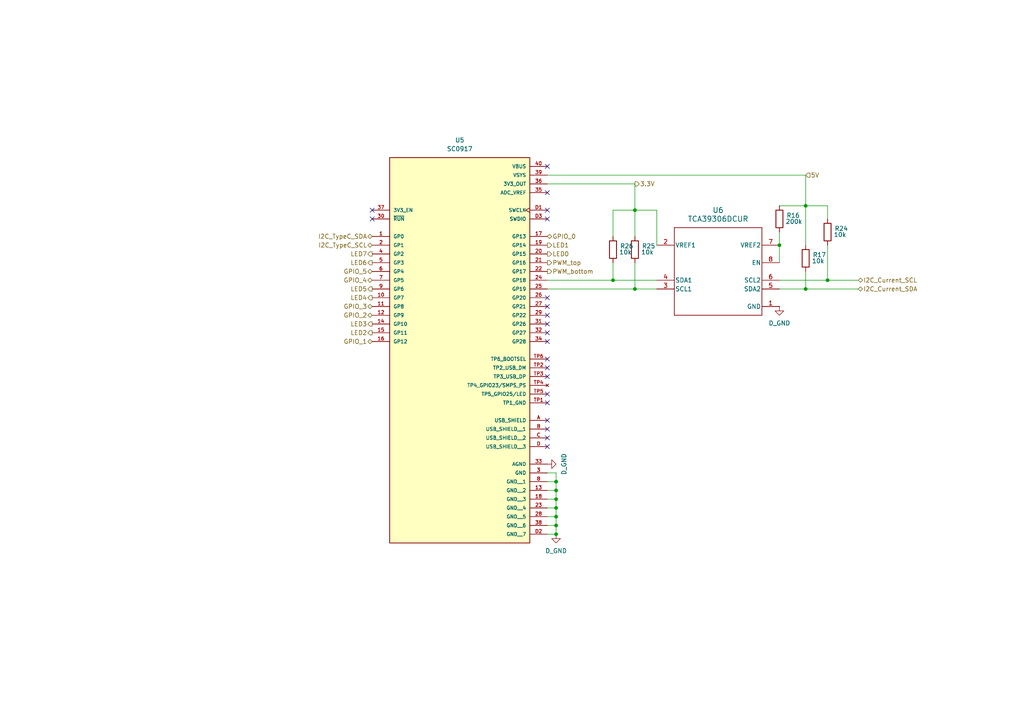
<source format=kicad_sch>
(kicad_sch (version 20231120) (generator "eeschema") (generator_version "8.0")
  (paper "A4")
  (lib_symbols
    (symbol "Blaaaaaaaaaaaaaaaaaa:TCA39306DCUR" (pin_names (offset 0.254))
      (property "Reference" "U6" (at 17.78 10.16 0))
      (property "Value" "TCA39306DCUR" (at 17.78 7.62 0))
      (symbol "TCA39306DCUR_0_1"
        (polyline (pts (xy 5.08 -20.32) (xy 30.48 -20.32)) (stroke (width 0.2032)))
        (polyline (pts (xy 5.08 5.08) (xy 5.08 -20.32)) (stroke (width 0.2032)))
        (polyline (pts (xy 30.48 -20.32) (xy 30.48 5.08)) (stroke (width 0.2032)))
        (polyline (pts (xy 30.48 5.08) (xy 5.08 5.08)) (stroke (width 0.2032)))
        (pin power_in line (at 35.56 -17.78 180) (length 5.08) (name "GND") (number "1"))
        (pin power_in line (at 0 0 0) (length 5.08) (name "VREF1") (number "2"))
        (pin bidirectional line (at 0 -12.7 0) (length 5.08) (name "SCL1") (number "3"))
        (pin bidirectional line (at 0 -10.16 0) (length 5.08) (name "SDA1") (number "4"))
        (pin bidirectional line (at 35.56 -12.7 180) (length 5.08) (name "SDA2") (number "5"))
        (pin bidirectional line (at 35.56 -10.16 180) (length 5.08) (name "SCL2") (number "6"))
        (pin power_in line (at 35.56 0 180) (length 5.08) (name "VREF2") (number "7"))
        (pin input line (at 35.56 -5.08 180) (length 5.08) (name "EN") (number "8"))
      )
    )
    (symbol "Device:R" (pin_numbers hide) (pin_names (offset 0))
      (property "Reference" "R" (at 2.032 0 90))
      (property "Value" "R" (at 0 0 90))
      (symbol "R_0_1"
        (rectangle (start -1.016 -2.54) (end 1.016 2.54) (stroke (width 0.254)))
      )
      (symbol "R_1_1"
        (pin passive line (at 0 3.81 270) (length 1.27) (name "~") (number "1"))
        (pin passive line (at 0 -3.81 90) (length 1.27) (name "~") (number "2"))
      )
    )
    (symbol "PassiveBankV1:SC0917" (pin_names (offset 1.016))
      (property "Reference" "U" (at -20.32 44.069 0))
      (property "Value" "SC0917" (at -20.32 -71.12 0))
      (symbol "SC0917_0_0"
        (rectangle (start -20.32 43.18) (end 20.32 -68.58) (stroke (width 0.254)) (fill (type background)))
        (pin bidirectional line (at -25.4 20.32 0) (length 5.08) (name "GP0") (number "1"))
        (pin bidirectional line (at -25.4 2.54 0) (length 5.08) (name "GP7") (number "10"))
        (pin bidirectional line (at -25.4 0 0) (length 5.08) (name "GP8") (number "11"))
        (pin bidirectional line (at -25.4 -2.54 0) (length 5.08) (name "GP9") (number "12"))
        (pin power_in line (at 25.4 -53.34 180) (length 5.08) (name "GND__2") (number "13"))
        (pin bidirectional line (at -25.4 -5.08 0) (length 5.08) (name "GP10") (number "14"))
        (pin bidirectional line (at -25.4 -7.62 0) (length 5.08) (name "GP11") (number "15"))
        (pin bidirectional line (at -25.4 -10.16 0) (length 5.08) (name "GP12") (number "16"))
        (pin bidirectional line (at 25.4 20.32 180) (length 5.08) (name "GP13") (number "17"))
        (pin power_in line (at 25.4 -55.88 180) (length 5.08) (name "GND__3") (number "18"))
        (pin bidirectional line (at 25.4 17.78 180) (length 5.08) (name "GP14") (number "19"))
        (pin bidirectional line (at -25.4 17.78 0) (length 5.08) (name "GP1") (number "2"))
        (pin bidirectional line (at 25.4 15.24 180) (length 5.08) (name "GP15") (number "20"))
        (pin bidirectional line (at 25.4 12.7 180) (length 5.08) (name "GP16") (number "21"))
        (pin bidirectional line (at 25.4 10.16 180) (length 5.08) (name "GP17") (number "22"))
        (pin power_in line (at 25.4 -58.42 180) (length 5.08) (name "GND__4") (number "23"))
        (pin bidirectional line (at 25.4 7.62 180) (length 5.08) (name "GP18") (number "24"))
        (pin bidirectional line (at 25.4 5.08 180) (length 5.08) (name "GP19") (number "25"))
        (pin bidirectional line (at 25.4 2.54 180) (length 5.08) (name "GP20") (number "26"))
        (pin bidirectional line (at 25.4 0 180) (length 5.08) (name "GP21") (number "27"))
        (pin power_in line (at 25.4 -60.96 180) (length 5.08) (name "GND__5") (number "28"))
        (pin bidirectional line (at 25.4 -2.54 180) (length 5.08) (name "GP22") (number "29"))
        (pin power_in line (at 25.4 -48.26 180) (length 5.08) (name "GND") (number "3"))
        (pin input line (at -25.4 25.4 0) (length 5.08) (name "~{RUN}") (number "30"))
        (pin bidirectional line (at 25.4 -5.08 180) (length 5.08) (name "GP26") (number "31"))
        (pin bidirectional line (at 25.4 -7.62 180) (length 5.08) (name "GP27") (number "32"))
        (pin power_in line (at 25.4 -45.72 180) (length 5.08) (name "AGND") (number "33"))
        (pin bidirectional line (at 25.4 -10.16 180) (length 5.08) (name "GP28") (number "34"))
        (pin power_in line (at 25.4 33.02 180) (length 5.08) (name "ADC_VREF") (number "35"))
        (pin power_in line (at 25.4 35.56 180) (length 5.08) (name "3V3_OUT") (number "36"))
        (pin input line (at -25.4 27.94 0) (length 5.08) (name "3V3_EN") (number "37"))
        (pin power_in line (at 25.4 -63.5 180) (length 5.08) (name "GND__6") (number "38"))
        (pin power_in line (at 25.4 38.1 180) (length 5.08) (name "VSYS") (number "39"))
        (pin bidirectional line (at -25.4 15.24 0) (length 5.08) (name "GP2") (number "4"))
        (pin power_in line (at 25.4 40.64 180) (length 5.08) (name "VBUS") (number "40"))
        (pin bidirectional line (at -25.4 12.7 0) (length 5.08) (name "GP3") (number "5"))
        (pin bidirectional line (at -25.4 10.16 0) (length 5.08) (name "GP4") (number "6"))
        (pin bidirectional line (at -25.4 7.62 0) (length 5.08) (name "GP5") (number "7"))
        (pin power_in line (at 25.4 -50.8 180) (length 5.08) (name "GND__1") (number "8"))
        (pin bidirectional line (at -25.4 5.08 0) (length 5.08) (name "GP6") (number "9"))
        (pin power_in line (at 25.4 -33.02 180) (length 5.08) (name "USB_SHIELD") (number "A"))
        (pin power_in line (at 25.4 -35.56 180) (length 5.08) (name "USB_SHIELD__1") (number "B"))
        (pin power_in line (at 25.4 -38.1 180) (length 5.08) (name "USB_SHIELD__2") (number "C"))
        (pin power_in line (at 25.4 -40.64 180) (length 5.08) (name "USB_SHIELD__3") (number "D"))
        (pin input clock (at 25.4 27.94 180) (length 5.08) (name "SWCLK") (number "D1"))
        (pin power_in line (at 25.4 -66.04 180) (length 5.08) (name "GND__7") (number "D2"))
        (pin bidirectional line (at 25.4 25.4 180) (length 5.08) (name "SWDIO") (number "D3"))
        (pin power_in line (at 25.4 -27.94 180) (length 5.08) (name "TP1_GND") (number "TP1"))
        (pin bidirectional line (at 25.4 -17.78 180) (length 5.08) (name "TP2_USB_DM") (number "TP2"))
        (pin bidirectional line (at 25.4 -20.32 180) (length 5.08) (name "TP3_USB_DP") (number "TP3"))
        (pin no_connect line (at 25.4 -22.86 180) (length 5.08) (name "TP4_GPIO23/SMPS_PS") (number "TP4"))
        (pin output line (at 25.4 -25.4 180) (length 5.08) (name "TP5_GPIO25/LED") (number "TP5"))
        (pin input line (at 25.4 -15.24 180) (length 5.08) (name "TP6_BOOTSEL") (number "TP6"))
      )
    )
    (symbol "power:GND" (power) (pin_numbers hide) (pin_names (offset 0) hide)
      (property "Value" "GND" (at 0 -3.81 0))
      (symbol "GND_0_1"
        (polyline (pts (xy 0 0) (xy 0 -1.27) (xy 1.27 -1.27) (xy 0 -2.54) (xy -1.27 -1.27) (xy 0 -1.27)))
      )
      (symbol "GND_1_1"
        (pin power_in line (at 0 0 270) (length 0) (name "~") (number "1"))
      )
    )
  )
  (junction (at 161.29 142.24))
  (junction (at 184.15 60.96))
  (junction (at 161.29 144.78))
  (junction (at 184.15 83.82))
  (junction (at 233.68 83.82))
  (junction (at 177.8 81.28))
  (junction (at 233.68 59.69))
  (junction (at 161.29 152.4))
  (junction (at 161.29 154.94))
  (junction (at 226.06 71.12))
  (junction (at 161.29 139.7))
  (junction (at 240.03 81.28))
  (junction (at 161.29 147.32))
  (junction (at 161.29 149.86))
  (no_connect (at 158.75 124.46))
  (no_connect (at 158.75 60.96))
  (no_connect (at 158.75 48.26))
  (no_connect (at 158.75 86.36))
  (no_connect (at 158.75 96.52))
  (no_connect (at 158.75 55.88))
  (no_connect (at 158.75 114.3))
  (no_connect (at 158.75 109.22))
  (no_connect (at 158.75 106.68))
  (no_connect (at 158.75 121.92))
  (no_connect (at 158.75 104.14))
  (no_connect (at 158.75 63.5))
  (no_connect (at 158.75 99.06))
  (no_connect (at 158.75 91.44))
  (no_connect (at 107.95 60.96))
  (no_connect (at 107.95 63.5))
  (no_connect (at 158.75 127))
  (no_connect (at 158.75 129.54))
  (no_connect (at 158.75 93.98))
  (no_connect (at 158.75 116.84))
  (no_connect (at 158.75 88.9))
  (wire (pts (xy 158.75 152.4) (xy 161.29 152.4)))
  (wire (pts (xy 233.68 83.82) (xy 226.06 83.82)))
  (wire (pts (xy 184.15 76.2) (xy 184.15 83.82)))
  (wire (pts (xy 158.75 50.8) (xy 233.68 50.8)))
  (wire (pts (xy 158.75 137.16) (xy 161.29 137.16)))
  (wire (pts (xy 158.75 53.34) (xy 184.15 53.34)))
  (wire (pts (xy 233.68 59.69) (xy 226.06 59.69)))
  (wire (pts (xy 184.15 60.96) (xy 184.15 68.58)))
  (wire (pts (xy 158.75 139.7) (xy 161.29 139.7)))
  (wire (pts (xy 177.8 81.28) (xy 190.5 81.28)))
  (wire (pts (xy 226.06 71.12) (xy 226.06 76.2)))
  (wire (pts (xy 184.15 60.96) (xy 177.8 60.96)))
  (wire (pts (xy 177.8 60.96) (xy 177.8 68.58)))
  (wire (pts (xy 184.15 60.96) (xy 184.15 53.34)))
  (wire (pts (xy 233.68 50.8) (xy 233.68 59.69)))
  (wire (pts (xy 248.92 81.28) (xy 240.03 81.28)))
  (wire (pts (xy 226.06 67.31) (xy 226.06 71.12)))
  (wire (pts (xy 158.75 144.78) (xy 161.29 144.78)))
  (wire (pts (xy 240.03 59.69) (xy 233.68 59.69)))
  (wire (pts (xy 240.03 63.5) (xy 240.03 59.69)))
  (wire (pts (xy 161.29 144.78) (xy 161.29 147.32)))
  (wire (pts (xy 233.68 78.74) (xy 233.68 83.82)))
  (wire (pts (xy 161.29 142.24) (xy 161.29 144.78)))
  (wire (pts (xy 158.75 81.28) (xy 177.8 81.28)))
  (wire (pts (xy 184.15 83.82) (xy 190.5 83.82)))
  (wire (pts (xy 158.75 142.24) (xy 161.29 142.24)))
  (wire (pts (xy 190.5 60.96) (xy 184.15 60.96)))
  (wire (pts (xy 240.03 81.28) (xy 226.06 81.28)))
  (wire (pts (xy 177.8 76.2) (xy 177.8 81.28)))
  (wire (pts (xy 161.29 147.32) (xy 161.29 149.86)))
  (wire (pts (xy 161.29 139.7) (xy 161.29 142.24)))
  (wire (pts (xy 161.29 149.86) (xy 161.29 152.4)))
  (wire (pts (xy 161.29 137.16) (xy 161.29 139.7)))
  (wire (pts (xy 161.29 152.4) (xy 161.29 154.94)))
  (wire (pts (xy 158.75 147.32) (xy 161.29 147.32)))
  (wire (pts (xy 233.68 71.12) (xy 233.68 59.69)))
  (wire (pts (xy 158.75 83.82) (xy 184.15 83.82)))
  (wire (pts (xy 161.29 154.94) (xy 158.75 154.94)))
  (wire (pts (xy 190.5 71.12) (xy 190.5 60.96)))
  (wire (pts (xy 248.92 83.82) (xy 233.68 83.82)))
  (wire (pts (xy 240.03 71.12) (xy 240.03 81.28)))
  (wire (pts (xy 158.75 149.86) (xy 161.29 149.86)))
  (hierarchical_label "GPIO_4" (shape bidirectional) (at 107.95 81.28 180))
  (hierarchical_label "GPIO_2" (shape bidirectional) (at 107.95 91.44 180))
  (hierarchical_label "GPIO_5" (shape bidirectional) (at 107.95 78.74 180))
  (hierarchical_label "PWM_top" (shape output) (at 158.75 76.2 0))
  (hierarchical_label "LED5" (shape output) (at 107.95 83.82 180))
  (hierarchical_label "LED7" (shape output) (at 107.95 73.66 180))
  (hierarchical_label "LED3" (shape output) (at 107.95 93.98 180))
  (hierarchical_label "LED0" (shape output) (at 158.75 73.66 0))
  (hierarchical_label "3.3V" (shape output) (at 184.15 53.34 0))
  (hierarchical_label "I2C_TypeC_SDA" (shape bidirectional) (at 107.95 68.58 180))
  (hierarchical_label "GPIO_0" (shape bidirectional) (at 158.75 68.58 0))
  (hierarchical_label "I2C_Current_SCL" (shape bidirectional) (at 248.92 81.28 0))
  (hierarchical_label "GPIO_3" (shape bidirectional) (at 107.95 88.9 180))
  (hierarchical_label "I2C_TypeC_SCL" (shape bidirectional) (at 107.95 71.12 180))
  (hierarchical_label "5V" (shape input) (at 233.68 50.8 0))
  (hierarchical_label "LED4" (shape output) (at 107.95 86.36 180))
  (hierarchical_label "I2C_Current_SDA" (shape bidirectional) (at 248.92 83.82 0))
  (hierarchical_label "GPIO_1" (shape bidirectional) (at 107.95 99.06 180))
  (hierarchical_label "LED6" (shape output) (at 107.95 76.2 180))
  (hierarchical_label "PWM_bottom" (shape output) (at 158.75 78.74 0))
  (hierarchical_label "LED1" (shape output) (at 158.75 71.12 0))
  (hierarchical_label "LED2" (shape output) (at 107.95 96.52 180))
  (symbol (lib_id "power:GND") (at 158.75 134.62 90) (unit 1)
    (property "Reference" "#PWR033" (effects (hide yes)))
    (property "Value" "D_GND" (at 163.576 134.62 0))
    (property "Description" "Power symbol creates a global label with name \"GND\" , ground" (effects (hide yes)))
  )
  (symbol (lib_id "Blaaaaaaaaaaaaaaaaaa:TCA39306DCUR") (at 190.5 71.12 0) (unit 1)
    (property "Reference" "U6" (at 208.28 60.96 0) (effects (font (size 1.524 1.524))))
    (property "Value" "TCA39306DCUR" (at 208.28 63.5 0) (effects (font (size 1.524 1.524))))
    (property "Footprint" "PGA460TW:DCU0008A-MFG" (effects (hide yes)))
    (property "Datasheet" "TCA39306DCUR" (effects (hide yes)))
  )
  (symbol (lib_id "power:GND") (at 161.29 154.94 0) (unit 1)
    (property "Reference" "#PWR031" (effects (hide yes)))
    (property "Value" "D_GND" (at 161.29 159.766 0))
    (property "Description" "Power symbol creates a global label with name \"GND\" , ground" (effects (hide yes)))
  )
  (symbol (lib_id "power:GND") (at 226.06 88.9 0) (unit 1)
    (property "Reference" "#PWR035" (effects (hide yes)))
    (property "Value" "D_GND" (at 226.06 93.726 0))
    (property "Description" "Power symbol creates a global label with name \"GND\" , ground" (effects (hide yes)))
  )
  (symbol (lib_id "Device:R") (at 240.03 67.31 0) (unit 1)
    (property "Reference" "R24" (at 242.062 66.294 0) (effects (justify left)))
    (property "Value" "10k" (at 241.808 68.072 0) (effects (justify left)))
    (property "Footprint" "PGA460TW:R_0603_1608Metric" (effects (hide yes)))
    (property "Description" "Resistor" (effects (hide yes)))
  )
  (symbol (lib_id "Device:R") (at 226.06 63.5 0) (unit 1)
    (property "Reference" "R16" (at 228.092 62.484 0) (effects (justify left)))
    (property "Value" "200k" (at 227.838 64.262 0) (effects (justify left)))
    (property "Footprint" "PGA460TW:R_0603_1608Metric" (effects (hide yes)))
    (property "Description" "Resistor" (effects (hide yes)))
  )
  (symbol (lib_id "Device:R") (at 233.68 74.93 0) (unit 1)
    (property "Reference" "R17" (at 235.712 73.914 0) (effects (justify left)))
    (property "Value" "10k" (at 235.458 75.692 0) (effects (justify left)))
    (property "Footprint" "PGA460TW:R_0603_1608Metric" (effects (hide yes)))
    (property "Description" "Resistor" (effects (hide yes)))
  )
  (symbol (lib_id "Device:R") (at 184.15 72.39 0) (unit 1)
    (property "Reference" "R25" (at 186.182 71.374 0) (effects (justify left)))
    (property "Value" "10k" (at 185.928 73.152 0) (effects (justify left)))
    (property "Footprint" "PGA460TW:R_0603_1608Metric" (effects (hide yes)))
    (property "Description" "Resistor" (effects (hide yes)))
  )
  (symbol (lib_id "Device:R") (at 177.8 72.39 0) (unit 1)
    (property "Reference" "R26" (at 179.832 71.374 0) (effects (justify left)))
    (property "Value" "10k" (at 179.578 73.152 0) (effects (justify left)))
    (property "Footprint" "PGA460TW:R_0603_1608Metric" (effects (hide yes)))
    (property "Description" "Resistor" (effects (hide yes)))
  )
  (symbol (lib_id "PassiveBankV1:SC0917") (at 133.35 88.9 0) (unit 1)
    (property "Reference" "U5" (at 133.35 40.64 0))
    (property "Value" "SC0917" (at 133.35 43.18 0))
    (property "Footprint" "Module:RaspberryPi_Pico_Common_THT" (effects (hide yes)))
    (property "PARTREV" "1.9" (effects (hide yes)))
    (property "MANUFACTURER" "Pi Supply" (effects (hide yes)))
    (property "STANDARD" "Manufacturer Recommendations" (effects (hide yes)))
    (property "SNAPEDA_PN" "SC0915" (effects (hide yes)))
  )
)
</source>
